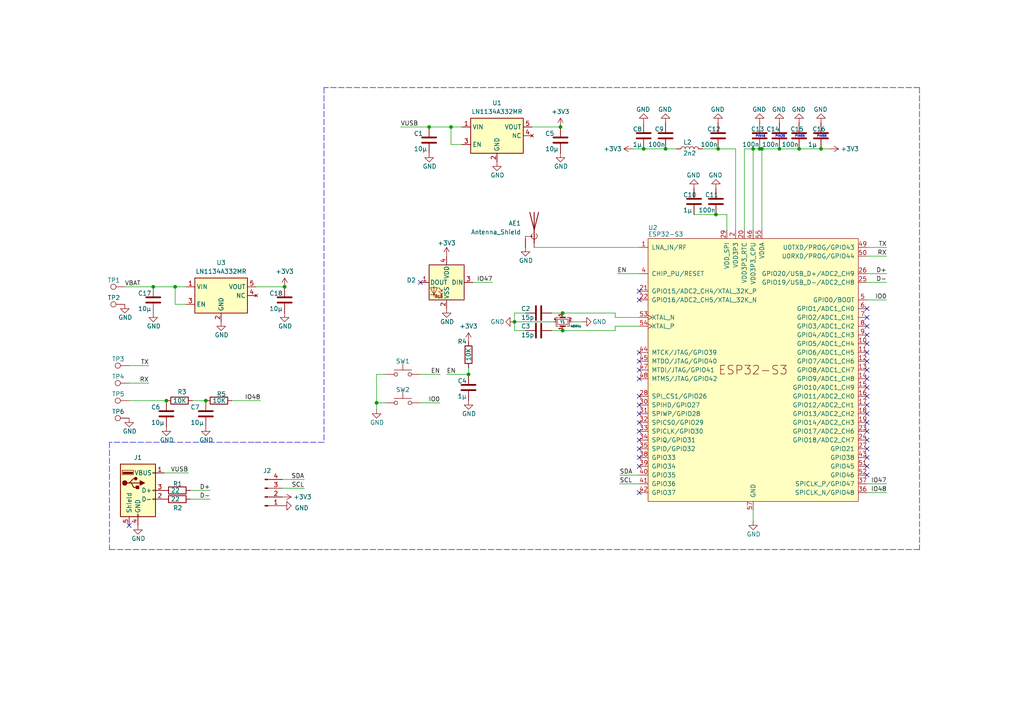
<source format=kicad_sch>
(kicad_sch (version 20230121) (generator eeschema)
  (paper "A4")
  (lib_symbols
    (symbol "Connector:Conn_01x04_Pin" (pin_names (offset 1.016) hide)
      (property "Reference" "J" (at 0 5.08 0))
      (property "Value" "Conn_01x04_Pin" (at 0 -7.62 0))
      (symbol "Conn_01x04_Pin_1_1"
        (polyline (pts (xy 1.27 -5.08) (xy 0.8636 -5.08)) (stroke (width 0.1524)))
        (polyline (pts (xy 1.27 -2.54) (xy 0.8636 -2.54)) (stroke (width 0.1524)))
        (polyline (pts (xy 1.27 0) (xy 0.8636 0)) (stroke (width 0.1524)))
        (polyline (pts (xy 1.27 2.54) (xy 0.8636 2.54)) (stroke (width 0.1524)))
        (rectangle (start 0.8636 -4.953) (end 0 -5.207) (stroke (width 0.1524)) (fill (type outline)))
        (rectangle (start 0.8636 -2.413) (end 0 -2.667) (stroke (width 0.1524)) (fill (type outline)))
        (rectangle (start 0.8636 0.127) (end 0 -0.127) (stroke (width 0.1524)) (fill (type outline)))
        (rectangle (start 0.8636 2.667) (end 0 2.413) (stroke (width 0.1524)) (fill (type outline)))
        (pin passive line (at 5.08 2.54 180) (length 3.81) (name "Pin_1") (number "1"))
        (pin passive line (at 5.08 0 180) (length 3.81) (name "Pin_2") (number "2"))
        (pin passive line (at 5.08 -2.54 180) (length 3.81) (name "Pin_3") (number "3"))
        (pin passive line (at 5.08 -5.08 180) (length 3.81) (name "Pin_4") (number "4"))
      )
    )
    (symbol "Connector:TestPoint" (pin_numbers hide) (pin_names (offset 0.762) hide)
      (property "Reference" "TP" (at 0 6.858 0))
      (property "Value" "TestPoint" (at 0 5.08 0))
      (symbol "TestPoint_0_1"
        (circle (center 0 3.302) (radius 0.762))
      )
      (symbol "TestPoint_1_1"
        (pin passive line (at 0 0 90) (length 2.54) (name "1") (number "1"))
      )
    )
    (symbol "Connector:USB_A" (pin_names (offset 1.016))
      (property "Reference" "J" (at -5.08 11.43 0))
      (property "Value" "USB_A" (at -5.08 8.89 0))
      (symbol "USB_A_0_1"
        (rectangle (start -5.08 -7.62) (end 5.08 7.62) (stroke (width 0.254)) (fill (type background)))
        (circle (center -3.81 2.159) (radius 0.635) (stroke (width 0.254)) (fill (type outline)))
        (rectangle (start -1.524 4.826) (end -4.318 5.334) (fill (type outline)))
        (rectangle (start -1.27 4.572) (end -4.572 5.842))
        (circle (center -0.635 3.429) (radius 0.381) (stroke (width 0.254)) (fill (type outline)))
        (rectangle (start -0.127 -7.62) (end 0.127 -6.858))
        (polyline (pts (xy -3.175 2.159) (xy -2.54 2.159) (xy -1.27 3.429) (xy -0.635 3.429)) (stroke (width 0.254)))
        (polyline (pts (xy -2.54 2.159) (xy -1.905 2.159) (xy -1.27 0.889) (xy 0 0.889)) (stroke (width 0.254)))
        (polyline (pts (xy 0.635 2.794) (xy 0.635 1.524) (xy 1.905 2.159) (xy 0.635 2.794)) (stroke (width 0.254)) (fill (type outline)))
        (rectangle (start 0.254 1.27) (end -0.508 0.508) (stroke (width 0.254)) (fill (type outline)))
        (rectangle (start 5.08 -2.667) (end 4.318 -2.413))
        (rectangle (start 5.08 -0.127) (end 4.318 0.127))
        (rectangle (start 5.08 4.953) (end 4.318 5.207))
      )
      (symbol "USB_A_1_1"
        (polyline (pts (xy -1.905 2.159) (xy 0.635 2.159)) (stroke (width 0.254)))
        (pin power_in line (at 7.62 5.08 180) (length 2.54) (name "VBUS") (number "1"))
        (pin bidirectional line (at 7.62 -2.54 180) (length 2.54) (name "D-") (number "2"))
        (pin bidirectional line (at 7.62 0 180) (length 2.54) (name "D+") (number "3"))
        (pin power_in line (at 0 -10.16 90) (length 2.54) (name "GND") (number "4"))
        (pin passive line (at -2.54 -10.16 90) (length 2.54) (name "Shield") (number "5"))
      )
    )
    (symbol "Device:Antenna_Shield" (pin_numbers hide) (pin_names (offset 1.016) hide)
      (property "Reference" "AE" (at -1.905 4.445 0))
      (property "Value" "Antenna_Shield" (at -1.905 2.54 0))
      (symbol "Antenna_Shield_0_1"
        (arc (start -0.508 -1.143) (mid -0.8429 -2.1194) (end 0 -2.667))
        (arc (start 0 -2.667) (mid 0.7989 -2.1052) (end 0.508 -1.143))
        (polyline (pts (xy 0 -2.54) (xy 0 0)))
        (polyline (pts (xy 0 5.08) (xy 0 -3.81)) (stroke (width 0.254)))
        (polyline (pts (xy 0.762 -1.905) (xy 2.54 -1.905)))
        (polyline (pts (xy 2.54 -2.54) (xy 2.54 -1.905)))
        (polyline (pts (xy 1.27 5.08) (xy 0 0) (xy -1.27 5.08)) (stroke (width 0.254)))
        (circle (center 0.762 -1.905) (radius 0.1778) (fill (type outline)))
      )
      (symbol "Antenna_Shield_1_1"
        (pin input line (at 0 -5.08 90) (length 2.54) (name "A") (number "1"))
        (pin input line (at 2.54 -5.08 90) (length 2.54) (name "Shield") (number "2"))
      )
    )
    (symbol "Device:C" (pin_numbers hide) (pin_names (offset 0.254))
      (property "Reference" "C" (at 0.635 2.54 0))
      (property "Value" "C" (at 0.635 -2.54 0))
      (symbol "C_0_1"
        (polyline (pts (xy -2.032 -0.762) (xy 2.032 -0.762)) (stroke (width 0.508)))
        (polyline (pts (xy -2.032 0.762) (xy 2.032 0.762)) (stroke (width 0.508)))
      )
      (symbol "C_1_1"
        (pin passive line (at 0 3.81 270) (length 2.794) (name "~") (number "1"))
        (pin passive line (at 0 -3.81 90) (length 2.794) (name "~") (number "2"))
      )
    )
    (symbol "Device:Crystal_GND24_Small" (pin_names (offset 1.016) hide)
      (property "Reference" "Y" (at 1.27 4.445 0))
      (property "Value" "Crystal_GND24_Small" (at 1.27 2.54 0))
      (symbol "Crystal_GND24_Small_0_1"
        (rectangle (start -0.762 -1.524) (end 0.762 1.524))
        (polyline (pts (xy -1.27 -0.762) (xy -1.27 0.762)) (stroke (width 0.381)))
        (polyline (pts (xy 1.27 -0.762) (xy 1.27 0.762)) (stroke (width 0.381)))
        (polyline (pts (xy -1.27 -1.27) (xy -1.27 -1.905) (xy 1.27 -1.905) (xy 1.27 -1.27)))
        (polyline (pts (xy -1.27 1.27) (xy -1.27 1.905) (xy 1.27 1.905) (xy 1.27 1.27)))
      )
      (symbol "Crystal_GND24_Small_1_1"
        (pin passive line (at -2.54 0 0) (length 1.27) (name "1") (number "1"))
        (pin passive line (at 0 -2.54 90) (length 0.635) (name "2") (number "2"))
        (pin passive line (at 2.54 0 180) (length 1.27) (name "3") (number "3"))
        (pin passive line (at 0 2.54 270) (length 0.635) (name "4") (number "4"))
      )
    )
    (symbol "Device:L" (pin_numbers hide) (pin_names (offset 1.016) hide)
      (property "Reference" "L" (at -1.27 0 90))
      (property "Value" "L" (at 1.905 0 90))
      (symbol "L_0_1"
        (arc (start 0 -2.54) (mid 0.6323 -1.905) (end 0 -1.27))
        (arc (start 0 -1.27) (mid 0.6323 -0.635) (end 0 0))
        (arc (start 0 0) (mid 0.6323 0.635) (end 0 1.27))
        (arc (start 0 1.27) (mid 0.6323 1.905) (end 0 2.54))
      )
      (symbol "L_1_1"
        (pin passive line (at 0 3.81 270) (length 1.27) (name "1") (number "1"))
        (pin passive line (at 0 -3.81 90) (length 1.27) (name "2") (number "2"))
      )
    )
    (symbol "Device:R" (pin_numbers hide) (pin_names (offset 0))
      (property "Reference" "R" (at 2.032 0 90))
      (property "Value" "R" (at 0 0 90))
      (symbol "R_0_1"
        (rectangle (start -1.016 -2.54) (end 1.016 2.54) (stroke (width 0.254)))
      )
      (symbol "R_1_1"
        (pin passive line (at 0 3.81 270) (length 1.27) (name "~") (number "1"))
        (pin passive line (at 0 -3.81 90) (length 1.27) (name "~") (number "2"))
      )
    )
    (symbol "PCM_Espressif:ESP32-S3" (pin_names (offset 1.016))
      (property "Reference" "U" (at -30.48 43.18 0))
      (property "Value" "ESP32-S3" (at -30.48 40.64 0))
      (symbol "ESP32-S3_0_0"
        (text "ESP32-S3" (at 0 0 0) (effects (font (size 2.54 2.54))))
        (pin bidirectional line (at 33.02 -35.56 180) (length 2.54) (name "SPICLK_N/GPIO48") (number "36"))
        (pin bidirectional line (at 33.02 -33.02 180) (length 2.54) (name "SPICLK_P/GPIO47") (number "37"))
      )
      (symbol "ESP32-S3_0_1"
        (rectangle (start -30.48 38.1) (end 30.48 -38.1) (fill (type background)))
      )
      (symbol "ESP32-S3_1_1"
        (pin bidirectional line (at -33.02 35.56 0) (length 2.54) (name "LNA_IN/RF") (number "1"))
        (pin bidirectional line (at 33.02 7.62 180) (length 2.54) (name "GPIO5/ADC1_CH4") (number "10"))
        (pin bidirectional line (at 33.02 5.08 180) (length 2.54) (name "GPIO6/ADC1_CH5") (number "11"))
        (pin bidirectional line (at 33.02 2.54 180) (length 2.54) (name "GPIO7/ADC1_CH6") (number "12"))
        (pin bidirectional line (at 33.02 0 180) (length 2.54) (name "GPIO8/ADC1_CH7") (number "13"))
        (pin bidirectional line (at 33.02 -2.54 180) (length 2.54) (name "GPIO9/ADC1_CH8") (number "14"))
        (pin bidirectional line (at 33.02 -5.08 180) (length 2.54) (name "GPIO10/ADC1_CH9") (number "15"))
        (pin bidirectional line (at 33.02 -7.62 180) (length 2.54) (name "GPIO11/ADC2_CH0") (number "16"))
        (pin bidirectional line (at 33.02 -10.16 180) (length 2.54) (name "GPIO12/ADC2_CH1") (number "17"))
        (pin bidirectional line (at 33.02 -12.7 180) (length 2.54) (name "GPIO13/ADC2_CH2") (number "18"))
        (pin bidirectional line (at 33.02 -15.24 180) (length 2.54) (name "GPIO14/ADC2_CH3") (number "19"))
        (pin power_in line (at -5.08 40.64 270) (length 2.54) (name "VDD3P3") (number "2"))
        (pin power_in line (at -2.54 40.64 270) (length 2.54) (name "VDD3P3_RTC") (number "20"))
        (pin bidirectional line (at -33.02 22.86 0) (length 2.54) (name "GPIO15/ADC2_CH4/XTAL_32K_P") (number "21"))
        (pin bidirectional line (at -33.02 20.32 0) (length 2.54) (name "GPIO16/ADC2_CH5/XTAL_32K_N") (number "22"))
        (pin bidirectional line (at 33.02 -17.78 180) (length 2.54) (name "GPIO17/ADC2_CH6") (number "23"))
        (pin bidirectional line (at 33.02 -20.32 180) (length 2.54) (name "GPIO18/ADC2_CH7") (number "24"))
        (pin bidirectional line (at 33.02 25.4 180) (length 2.54) (name "GPIO19/USB_D-/ADC2_CH8") (number "25"))
        (pin bidirectional line (at 33.02 27.94 180) (length 2.54) (name "GPIO20/USB_D+/ADC2_CH9") (number "26"))
        (pin bidirectional line (at 33.02 -22.86 180) (length 2.54) (name "GPIO21") (number "27"))
        (pin bidirectional line (at -33.02 -7.62 0) (length 2.54) (name "SPI_CS1/GPIO26") (number "28"))
        (pin power_out line (at -7.62 40.64 270) (length 2.54) (name "VDD_SPI") (number "29"))
        (pin power_in line (at -5.08 40.64 270) (length 2.54) hide (name "VDD3P3") (number "3"))
        (pin bidirectional line (at -33.02 -10.16 0) (length 2.54) (name "SPIHD/GPIO27") (number "30"))
        (pin bidirectional line (at -33.02 -12.7 0) (length 2.54) (name "SPIWP/GPIO28") (number "31"))
        (pin bidirectional line (at -33.02 -15.24 0) (length 2.54) (name "SPICS0/GPIO29") (number "32"))
        (pin bidirectional line (at -33.02 -17.78 0) (length 2.54) (name "SPICLK/GPIO30") (number "33"))
        (pin bidirectional line (at -33.02 -20.32 0) (length 2.54) (name "SPIQ/GPIO31") (number "34"))
        (pin bidirectional line (at -33.02 -22.86 0) (length 2.54) (name "SPID/GPIO32") (number "35"))
        (pin bidirectional line (at -33.02 -25.4 0) (length 2.54) (name "GPIO33") (number "38"))
        (pin bidirectional line (at -33.02 -27.94 0) (length 2.54) (name "GPIO34") (number "39"))
        (pin input line (at -33.02 27.94 0) (length 2.54) (name "CHIP_PU/RESET") (number "4"))
        (pin bidirectional line (at -33.02 -30.48 0) (length 2.54) (name "GPIO35") (number "40"))
        (pin bidirectional line (at -33.02 -33.02 0) (length 2.54) (name "GPIO36") (number "41"))
        (pin bidirectional line (at -33.02 -35.56 0) (length 2.54) (name "GPIO37") (number "42"))
        (pin bidirectional line (at 33.02 -25.4 180) (length 2.54) (name "GPIO38") (number "43"))
        (pin bidirectional line (at -33.02 5.08 0) (length 2.54) (name "MTCK/JTAG/GPIO39") (number "44"))
        (pin bidirectional line (at -33.02 2.54 0) (length 2.54) (name "MTDO/JTAG/GPIO40") (number "45"))
        (pin power_in line (at 0 40.64 270) (length 2.54) (name "VDD3P3_CPU") (number "46"))
        (pin bidirectional line (at -33.02 0 0) (length 2.54) (name "MTDI/JTAG/GPIO41") (number "47"))
        (pin bidirectional line (at -33.02 -2.54 0) (length 2.54) (name "MTMS/JTAG/GPIO42") (number "48"))
        (pin bidirectional line (at 33.02 35.56 180) (length 2.54) (name "U0TXD/PROG/GPIO43") (number "49"))
        (pin bidirectional line (at 33.02 20.32 180) (length 2.54) (name "GPIO0/BOOT") (number "5"))
        (pin bidirectional line (at 33.02 33.02 180) (length 2.54) (name "U0RXD/PROG/GPIO44") (number "50"))
        (pin bidirectional line (at 33.02 -27.94 180) (length 2.54) (name "GPIO45") (number "51"))
        (pin bidirectional line (at 33.02 -30.48 180) (length 2.54) (name "GPIO46") (number "52"))
        (pin input clock (at -33.02 15.24 0) (length 2.54) (name "XTAL_N") (number "53"))
        (pin output clock (at -33.02 12.7 0) (length 2.54) (name "XTAL_P") (number "54"))
        (pin power_in line (at 2.54 40.64 270) (length 2.54) (name "VDDA") (number "55"))
        (pin passive line (at 2.54 40.64 270) (length 2.54) hide (name "VDDA") (number "56"))
        (pin power_in line (at 0 -40.64 90) (length 2.54) (name "GND") (number "57"))
        (pin bidirectional line (at 33.02 17.78 180) (length 2.54) (name "GPIO1/ADC1_CH0") (number "6"))
        (pin bidirectional line (at 33.02 15.24 180) (length 2.54) (name "GPIO2/ADC1_CH1") (number "7"))
        (pin bidirectional line (at 33.02 12.7 180) (length 2.54) (name "GPIO3/ADC1_CH2") (number "8"))
        (pin bidirectional line (at 33.02 10.16 180) (length 2.54) (name "GPIO4/ADC1_CH3") (number "9"))
      )
    )
    (symbol "Switch:SW_Push" (pin_numbers hide) (pin_names (offset 1.016) hide)
      (property "Reference" "SW" (at 1.27 2.54 0))
      (property "Value" "SW_Push" (at 0 -1.524 0))
      (symbol "SW_Push_0_1"
        (circle (center -2.032 0) (radius 0.508))
        (polyline (pts (xy 0 1.27) (xy 0 3.048)))
        (polyline (pts (xy 2.54 1.27) (xy -2.54 1.27)))
        (circle (center 2.032 0) (radius 0.508))
        (pin passive line (at -5.08 0 0) (length 2.54) (name "1") (number "1"))
        (pin passive line (at 5.08 0 180) (length 2.54) (name "2") (number "2"))
      )
    )
    (symbol "TheBrutzlers_Lib:LN1134A332MR"
      (property "Reference" "U" (at 0 8.89 0))
      (property "Value" "LN1134A332MR" (at 0 6.35 0))
      (symbol "LN1134A332MR_0_1"
        (rectangle (start -7.62 5.08) (end 7.62 -5.08) (stroke (width 0.254)) (fill (type background)))
      )
      (symbol "LN1134A332MR_1_1"
        (pin power_in line (at -10.16 2.54 0) (length 2.54) (name "VIN") (number "1"))
        (pin power_in line (at 0 -7.62 90) (length 2.54) (name "GND") (number "2"))
        (pin input line (at -10.16 -2.54 0) (length 2.54) (name "EN") (number "3"))
        (pin no_connect line (at 10.16 0 180) (length 2.54) (name "NC") (number "4"))
        (pin power_out line (at 10.16 2.54 180) (length 2.54) (name "VOUT") (number "5"))
      )
    )
    (symbol "TheBrutzlers_Lib:WS2812B_Geaendertes_Symbol" (pin_names (offset 0.254))
      (property "Reference" "D1" (at 9.525 0.6351 0))
      (property "Value" "WS2812B_Geaendertes_Symbol" (at 9.525 -1.9049 0))
      (symbol "WS2812B_Geaendertes_Symbol_0_0"
        (text "RGB" (at 2.286 -4.191 0) (effects (font (size 0.762 0.762))))
      )
      (symbol "WS2812B_Geaendertes_Symbol_0_1"
        (polyline (pts (xy 1.27 -3.556) (xy 1.778 -3.556)))
        (polyline (pts (xy 1.27 -2.54) (xy 1.778 -2.54)))
        (polyline (pts (xy 4.699 -3.556) (xy 2.667 -3.556)))
        (polyline (pts (xy 2.286 -2.54) (xy 1.27 -3.556) (xy 1.27 -3.048)))
        (polyline (pts (xy 2.286 -1.524) (xy 1.27 -2.54) (xy 1.27 -2.032)))
        (polyline (pts (xy 3.683 -1.016) (xy 3.683 -3.556) (xy 3.683 -4.064)))
        (polyline (pts (xy 4.699 -1.524) (xy 2.667 -1.524) (xy 3.683 -3.556) (xy 4.699 -1.524)))
        (rectangle (start 5.08 5.08) (end -5.08 -5.08) (stroke (width 0.254)) (fill (type background)))
      )
      (symbol "WS2812B_Geaendertes_Symbol_1_1"
        (pin output line (at 7.62 0 180) (length 2.54) (name "DOUT") (number "1"))
        (pin power_in line (at 0 -7.62 90) (length 2.54) (name "VSS") (number "2"))
        (pin input line (at -7.62 0 0) (length 2.54) (name "DIN") (number "3"))
        (pin power_in line (at 0 7.62 270) (length 2.54) (name "VDD") (number "4"))
      )
    )
    (symbol "power:+3V3" (power) (pin_names (offset 0))
      (property "Value" "+3V3" (at 0 3.556 0))
      (symbol "+3V3_0_1"
        (polyline (pts (xy -0.762 1.27) (xy 0 2.54)))
        (polyline (pts (xy 0 0) (xy 0 2.54)))
        (polyline (pts (xy 0 2.54) (xy 0.762 1.27)))
      )
      (symbol "+3V3_1_1"
        (pin power_in line (at 0 0 90) (length 0) hide (name "+3V3") (number "1"))
      )
    )
    (symbol "power:GND" (power) (pin_names (offset 0))
      (property "Value" "GND" (at 0 -3.81 0))
      (symbol "GND_0_1"
        (polyline (pts (xy 0 0) (xy 0 -1.27) (xy 1.27 -1.27) (xy 0 -2.54) (xy -1.27 -1.27) (xy 0 -1.27)))
      )
      (symbol "GND_1_1"
        (pin power_in line (at 0 0 270) (length 0) hide (name "GND") (number "1"))
      )
    )
  )
  (junction (at 130.81 36.83))
  (junction (at 135.89 108.585))
  (junction (at 226.06 43.18))
  (junction (at 208.28 43.18))
  (junction (at 59.69 116.205))
  (junction (at 109.22 116.84) (diameter 0.9144))
  (junction (at 193.04 43.18))
  (junction (at 50.8 83.185))
  (junction (at 207.645 62.23))
  (junction (at 163.195 90.805))
  (junction (at 218.44 43.18))
  (junction (at 220.98 43.18))
  (junction (at 48.26 116.205))
  (junction (at 44.45 83.185))
  (junction (at 186.69 43.18))
  (junction (at 162.56 36.83))
  (junction (at 163.195 95.885))
  (junction (at 124.46 36.83))
  (junction (at 220.345 43.18))
  (junction (at 231.775 43.18))
  (junction (at 238.125 43.18))
  (junction (at 82.55 83.185))
  (junction (at 149.225 93.345))
  (no_connect (at 251.46 135.255))
  (no_connect (at 185.42 122.555))
  (no_connect (at 185.42 130.175))
  (no_connect (at 251.46 130.175))
  (no_connect (at 185.42 84.455))
  (no_connect (at 251.46 107.315))
  (no_connect (at 251.46 122.555))
  (no_connect (at 185.42 142.875))
  (no_connect (at 185.42 86.995))
  (no_connect (at 251.46 104.775))
  (no_connect (at 121.92 81.915))
  (no_connect (at 251.46 109.855))
  (no_connect (at 251.46 120.015))
  (no_connect (at 251.46 127.635))
  (no_connect (at 251.46 112.395))
  (no_connect (at 185.42 104.775))
  (no_connect (at 251.46 114.935))
  (no_connect (at 185.42 117.475))
  (no_connect (at 185.42 114.935))
  (no_connect (at 251.46 125.095))
  (no_connect (at 185.42 127.635))
  (no_connect (at 251.46 137.795))
  (no_connect (at 185.42 135.255))
  (no_connect (at 185.42 107.315))
  (no_connect (at 185.42 109.855))
  (no_connect (at 185.42 132.715))
  (no_connect (at 251.46 94.615))
  (no_connect (at 185.42 102.235))
  (no_connect (at 251.46 99.695))
  (no_connect (at 251.46 102.235))
  (no_connect (at 251.46 89.535))
  (no_connect (at 251.46 117.475))
  (no_connect (at 185.42 125.095))
  (no_connect (at 251.46 97.155))
  (no_connect (at 185.42 120.015))
  (no_connect (at 37.465 152.4))
  (no_connect (at 251.46 132.715))
  (no_connect (at 251.46 92.075))
  (wire (pts (xy 149.225 90.805) (xy 149.225 93.345)))
  (wire (pts (xy 185.42 94.615) (xy 178.435 94.615)))
  (wire (pts (xy 130.81 36.83) (xy 133.985 36.83)))
  (wire (pts (xy 185.42 79.375) (xy 179.07 79.375)))
  (wire (pts (xy 50.8 83.185) (xy 53.975 83.185)))
  (polyline (pts (xy 266.7 25.4) (xy 93.98 25.4)) (stroke (width 0) (type dash)))
  (wire (pts (xy 154.305 36.83) (xy 162.56 36.83)))
  (wire (pts (xy 55.88 116.205) (xy 59.69 116.205)))
  (wire (pts (xy 109.22 108.585) (xy 109.22 116.84)))
  (wire (pts (xy 37.465 106.045) (xy 43.18 106.045)))
  (wire (pts (xy 81.915 139.065) (xy 88.265 139.065)))
  (wire (pts (xy 137.16 81.915) (xy 142.875 81.915)))
  (wire (pts (xy 179.705 140.335) (xy 185.42 140.335)))
  (wire (pts (xy 53.975 88.265) (xy 50.8 88.265)))
  (polyline (pts (xy 266.7 25.4) (xy 266.7 159.385)) (stroke (width 0) (type dash)))
  (polyline (pts (xy 93.98 25.4) (xy 93.98 128.27)) (stroke (width 0) (type dash)))
  (wire (pts (xy 218.44 43.18) (xy 220.345 43.18)))
  (wire (pts (xy 74.295 83.185) (xy 82.55 83.185)))
  (wire (pts (xy 178.435 92.075) (xy 185.42 92.075)))
  (wire (pts (xy 213.36 43.18) (xy 213.36 66.675)))
  (wire (pts (xy 220.345 43.18) (xy 220.98 43.18)))
  (wire (pts (xy 251.46 71.755) (xy 257.175 71.755)))
  (wire (pts (xy 44.45 83.185) (xy 50.8 83.185)))
  (wire (pts (xy 152.4 90.805) (xy 149.225 90.805)))
  (polyline (pts (xy 73.66 159.385) (xy 93.98 159.385)) (stroke (width 0) (type dash)))
  (wire (pts (xy 37.465 116.205) (xy 48.26 116.205)))
  (wire (pts (xy 251.46 74.295) (xy 257.175 74.295)))
  (wire (pts (xy 183.515 43.18) (xy 186.69 43.18)))
  (wire (pts (xy 121.92 108.585) (xy 127.635 108.585)))
  (polyline (pts (xy 31.75 159.385) (xy 73.66 159.385)) (stroke (width 0) (type dash)))
  (polyline (pts (xy 31.75 128.27) (xy 31.75 159.385)) (stroke (width 0) (type dash)))
  (wire (pts (xy 67.31 116.205) (xy 75.565 116.205)))
  (wire (pts (xy 178.435 95.885) (xy 163.195 95.885)))
  (wire (pts (xy 37.465 111.125) (xy 43.18 111.125)))
  (wire (pts (xy 226.06 43.18) (xy 231.775 43.18)))
  (wire (pts (xy 251.46 142.875) (xy 257.175 142.875)))
  (wire (pts (xy 160.02 90.805) (xy 163.195 90.805)))
  (wire (pts (xy 215.9 43.18) (xy 218.44 43.18)))
  (wire (pts (xy 111.76 108.585) (xy 109.22 108.585)))
  (wire (pts (xy 240.665 43.18) (xy 238.125 43.18)))
  (wire (pts (xy 160.02 95.885) (xy 163.195 95.885)))
  (wire (pts (xy 50.8 88.265) (xy 50.8 83.185)))
  (wire (pts (xy 111.76 116.84) (xy 109.22 116.84)))
  (wire (pts (xy 179.705 137.795) (xy 185.42 137.795)))
  (wire (pts (xy 55.245 144.78) (xy 60.96 144.78)))
  (wire (pts (xy 220.98 43.18) (xy 220.98 66.675)))
  (wire (pts (xy 154.94 71.755) (xy 185.42 71.755)))
  (wire (pts (xy 186.69 43.18) (xy 193.04 43.18)))
  (wire (pts (xy 124.46 36.83) (xy 130.81 36.83)))
  (wire (pts (xy 36.195 83.185) (xy 44.45 83.185)))
  (wire (pts (xy 251.46 140.335) (xy 257.175 140.335)))
  (wire (pts (xy 215.9 43.18) (xy 215.9 66.675)))
  (polyline (pts (xy 73.66 128.27) (xy 31.75 128.27)) (stroke (width 0) (type dash)))
  (wire (pts (xy 149.225 93.345) (xy 149.225 95.885)))
  (wire (pts (xy 207.645 62.23) (xy 210.82 62.23)))
  (wire (pts (xy 47.625 137.16) (xy 54.61 137.16)))
  (wire (pts (xy 178.435 90.805) (xy 178.435 92.075)))
  (wire (pts (xy 135.89 106.68) (xy 135.89 108.585)))
  (wire (pts (xy 220.98 43.18) (xy 226.06 43.18)))
  (wire (pts (xy 81.915 141.605) (xy 88.265 141.605)))
  (wire (pts (xy 165.735 93.345) (xy 168.91 93.345)))
  (wire (pts (xy 251.46 79.375) (xy 257.175 79.375)))
  (wire (pts (xy 130.81 41.91) (xy 130.81 36.83)))
  (wire (pts (xy 55.245 142.24) (xy 60.96 142.24)))
  (wire (pts (xy 218.44 43.18) (xy 218.44 66.675)))
  (polyline (pts (xy 266.7 159.385) (xy 93.98 159.385)) (stroke (width 0) (type dash)))
  (wire (pts (xy 251.46 86.995) (xy 257.175 86.995)))
  (wire (pts (xy 121.92 116.84) (xy 127.635 116.84)))
  (wire (pts (xy 208.28 43.18) (xy 213.36 43.18)))
  (wire (pts (xy 218.44 151.13) (xy 218.44 147.955)))
  (wire (pts (xy 251.46 81.915) (xy 257.175 81.915)))
  (wire (pts (xy 201.295 62.23) (xy 207.645 62.23)))
  (wire (pts (xy 149.225 95.885) (xy 152.4 95.885)))
  (wire (pts (xy 178.435 94.615) (xy 178.435 95.885)))
  (wire (pts (xy 163.195 90.805) (xy 178.435 90.805)))
  (wire (pts (xy 149.225 93.345) (xy 160.655 93.345)))
  (wire (pts (xy 203.835 43.18) (xy 208.28 43.18)))
  (wire (pts (xy 231.775 43.18) (xy 238.125 43.18)))
  (wire (pts (xy 116.205 36.83) (xy 124.46 36.83)))
  (polyline (pts (xy 93.98 128.27) (xy 73.66 128.27)) (stroke (width 0) (type dash)))
  (wire (pts (xy 109.22 116.84) (xy 109.22 118.745)))
  (wire (pts (xy 133.985 41.91) (xy 130.81 41.91)))
  (wire (pts (xy 210.82 62.23) (xy 210.82 66.675)))
  (wire (pts (xy 193.04 43.18) (xy 196.215 43.18)))
  (wire (pts (xy 135.89 108.585) (xy 129.54 108.585)))
  (text "PIN55" (at 236.855 40.005 0) (effects (font (size 0.635 0.635)) (justify left bottom)))
  (text "PIN55" (at 230.505 40.005 0) (effects (font (size 0.635 0.635)) (justify left bottom)))
  (text "PIN20" (at 224.79 40.005 0) (effects (font (size 0.635 0.635)) (justify left bottom)))
  (text "PIN46" (at 219.075 40.005 0) (effects (font (size 0.635 0.635)) (justify left bottom)))
  (label "IO48" (at 75.565 116.205 180))
  (label "EN" (at 127.635 108.585 180))
  (label "D-" (at 60.96 144.78 180))
  (label "D+" (at 257.175 79.375 180))
  (label "SDA" (at 88.265 139.065 180))
  (label "IO48" (at 257.175 142.875 180))
  (label "IO47" (at 142.875 81.915 180))
  (label "EN" (at 179.07 79.375 0))
  (label "EN" (at 129.54 108.585 0))
  (label "SCL" (at 88.265 141.605 180))
  (label "IO0" (at 257.175 86.995 180))
  (label "SDA" (at 179.705 137.795 0))
  (label "VUSB" (at 116.205 36.83 0))
  (label "IO0" (at 127.635 116.84 180))
  (label "VBAT" (at 36.195 83.185 0))
  (label "TX" (at 43.18 106.045 180))
  (label "IO47" (at 257.175 140.335 180))
  (label "SCL" (at 179.705 140.335 0))
  (label "VUSB" (at 54.61 137.16 180))
  (label "RX" (at 257.175 74.295 180))
  (label "D-" (at 257.175 81.915 180))
  (label "TX" (at 257.175 71.755 180))
  (label "RX" (at 43.18 111.125 180))
  (label "D+" (at 60.96 142.24 180))
  (symbol (lib_id "power:+3V3") (at 129.54 74.295 0) (unit 1)
    (property "Reference" "#PWR05" (effects hide))
    (property "Value" "+3V3" (at 129.54 70.485 0))
  )
  (symbol (lib_id "PCM_Espressif:ESP32-S3") (at 218.44 107.315 0) (unit 1)
    (property "Reference" "U2" (at 187.96 66.04 0) (effects (justify left)))
    (property "Value" "ESP32-S3" (at 187.96 67.945 0) (effects (justify left)))
    (property "Footprint" "Package_DFN_QFN:QFN-56-1EP_7x7mm_P0.4mm_EP5.6x5.6mm" (effects hide))
    (property "Datasheet" "https://www.espressif.com/sites/default/files/documentation/esp32-s3_datasheet_en.pdf" (effects hide))
  )
  (symbol (lib_id "TheBrutzlers_Lib:LN1134A332MR") (at 144.145 39.37 0) (unit 1)
    (property "Reference" "U1" (at 144.145 29.845 0))
    (property "Value" "LN1134A332MR" (at 144.145 32.385 0))
    (property "Footprint" "Package_TO_SOT_SMD:TSOT-23-5" (effects hide))
    (property "Datasheet" "https://datasheet.lcsc.com/lcsc/2304140030_NATLINEAR-LN1134A332MR-G_C141419.pdf" (effects hide))
  )
  (symbol (lib_id "Device:R") (at 52.07 116.205 270) (unit 1)
    (property "Reference" "R3" (at 51.435 113.665 90) (effects (justify left)))
    (property "Value" "10K" (at 50.165 116.205 90) (effects (justify left)))
    (property "Footprint" "Resistor_SMD:R_0402_1005Metric" (effects hide))
  )
  (symbol (lib_id "power:+3V3") (at 183.515 43.18 90) (unit 1)
    (property "Reference" "#PWR019" (effects hide))
    (property "Value" "+3V3" (at 180.34 43.18 90) (effects (justify left)))
  )
  (symbol (lib_id "power:GND") (at 201.295 54.61 180) (unit 1)
    (property "Reference" "#PWR022" (effects hide))
    (property "Value" "GND" (at 203.2 50.8 0) (effects (justify left)))
  )
  (symbol (lib_id "Device:C") (at 201.295 58.42 0) (unit 1)
    (property "Reference" "C10" (at 198.12 56.515 0) (effects (justify left)))
    (property "Value" "1µ" (at 198.12 60.96 0) (effects (justify left)))
    (property "Footprint" "Resistor_SMD:R_0402_1005Metric" (effects hide))
  )
  (symbol (lib_id "power:GND") (at 64.135 93.345 0) (unit 1)
    (property "Reference" "#PWR032" (effects hide))
    (property "Value" "GND" (at 62.23 97.155 0) (effects (justify left)))
  )
  (symbol (lib_id "power:+3V3") (at 240.665 43.18 270) (unit 1)
    (property "Reference" "#PWR030" (effects hide))
    (property "Value" "+3V3" (at 243.84 43.18 90) (effects (justify left)))
  )
  (symbol (lib_id "power:GND") (at 48.26 123.825 0) (unit 1)
    (property "Reference" "#PWR016" (effects hide))
    (property "Value" "GND" (at 46.355 127.635 0) (effects (justify left)))
  )
  (symbol (lib_id "power:GND") (at 37.465 121.285 0) (unit 1)
    (property "Reference" "#PWR08" (effects hide))
    (property "Value" "GND" (at 35.56 125.095 0) (effects (justify left)))
  )
  (symbol (lib_id "power:GND") (at 59.69 123.825 0) (unit 1)
    (property "Reference" "#PWR018" (effects hide))
    (property "Value" "GND" (at 57.785 127.635 0) (effects (justify left)))
  )
  (symbol (lib_id "Connector:TestPoint") (at 37.465 111.125 90) (unit 1)
    (property "Reference" "TP4" (at 34.29 109.22 90))
    (property "Value" "TestPoint" (effects hide))
    (property "Footprint" "TestPoint:TestPoint_Pad_D1.5mm" (effects hide))
  )
  (symbol (lib_id "power:+3V3") (at 82.55 83.185 0) (unit 1)
    (property "Reference" "#PWR033" (effects hide))
    (property "Value" "+3V3" (at 82.55 78.74 0))
  )
  (symbol (lib_id "Switch:SW_Push") (at 116.84 116.84 0) (unit 1)
    (property "Reference" "SW2" (at 116.84 113.03 0))
    (property "Value" "SW_Push" (effects hide))
    (property "Footprint" "TheBrutzlers_Lib:microswitch" (effects hide))
    (property "LCSC" "C100056" (effects hide))
  )
  (symbol (lib_id "power:GND") (at 238.125 35.56 180) (unit 1)
    (property "Reference" "#PWR029" (effects hide))
    (property "Value" "GND" (at 240.03 31.75 0) (effects (justify left)))
  )
  (symbol (lib_id "power:GND") (at 162.56 44.45 0) (unit 1)
    (property "Reference" "#PWR015" (effects hide))
    (property "Value" "GND" (at 160.655 48.26 0) (effects (justify left)))
  )
  (symbol (lib_id "Device:C") (at 186.69 39.37 0) (unit 1)
    (property "Reference" "C8" (at 183.515 37.465 0) (effects (justify left)))
    (property "Value" "1µ" (at 183.515 41.91 0) (effects (justify left)))
    (property "Footprint" "Resistor_SMD:R_0402_1005Metric" (effects hide))
  )
  (symbol (lib_id "power:GND") (at 129.54 89.535 0) (unit 1)
    (property "Reference" "#PWR06" (effects hide))
    (property "Value" "GND" (at 127.635 93.345 0) (effects (justify left)))
  )
  (symbol (lib_id "power:GND") (at 149.225 93.345 270) (unit 1)
    (property "Reference" "#PWR010" (effects hide))
    (property "Value" "GND" (at 142.24 93.345 90) (effects (justify left)))
  )
  (symbol (lib_id "Device:C") (at 124.46 40.64 0) (unit 1)
    (property "Reference" "C1" (at 120.015 38.735 0) (effects (justify left)))
    (property "Value" "10µ" (at 120.015 43.18 0) (effects (justify left)))
    (property "Footprint" "Resistor_SMD:R_0402_1005Metric" (effects hide))
  )
  (symbol (lib_id "Device:C") (at 226.06 39.37 0) (unit 1)
    (property "Reference" "C14" (at 222.25 37.465 0) (effects (justify left)))
    (property "Value" "100n" (at 220.98 41.91 0) (effects (justify left)))
    (property "Footprint" "Resistor_SMD:R_0402_1005Metric" (effects hide))
  )
  (symbol (lib_id "Device:C") (at 238.125 39.37 0) (unit 1)
    (property "Reference" "C16" (at 235.585 37.465 0) (effects (justify left)))
    (property "Value" "1µ" (at 234.315 41.91 0) (effects (justify left)))
    (property "Footprint" "Resistor_SMD:R_0402_1005Metric" (effects hide))
  )
  (symbol (lib_id "power:GND") (at 44.45 90.805 0) (unit 1)
    (property "Reference" "#PWR031" (effects hide))
    (property "Value" "GND" (at 42.545 94.615 0) (effects (justify left)))
  )
  (symbol (lib_id "power:GND") (at 144.145 46.99 0) (unit 1)
    (property "Reference" "#PWR09" (effects hide))
    (property "Value" "GND" (at 142.24 50.8 0) (effects (justify left)))
  )
  (symbol (lib_id "TheBrutzlers_Lib:WS2812B_Geaendertes_Symbol") (at 129.54 81.915 0) (mirror y) (unit 1)
    (property "Reference" "D2" (at 120.65 81.2799 0) (effects (justify left)))
    (property "Value" "WS2812B_Geaendertes_Symbol" (effects hide))
    (property "Footprint" "TheBrutzlers_Lib:LED_Cree-PLCC4_2x2mm_CCW" (effects hide))
    (property "Datasheet" "https://cdn-shop.adafruit.com/datasheets/WS2812B.pdf" (effects hide))
    (property "LCSC" "C965556" (effects hide))
  )
  (symbol (lib_id "Device:Crystal_GND24_Small") (at 163.195 93.345 90) (unit 1)
    (property "Reference" "Y1" (at 163.195 93.345 90) (effects (font (size 0.762 0.762))))
    (property "Value" "40MHz" (at 167.005 94.615 90) (effects (font (size 0.635 0.635))))
    (property "Footprint" "Crystal:Crystal_SMD_2016-4Pin_2.0x1.6mm" (effects hide))
    (property "LCSC" "C424431" (effects hide))
  )
  (symbol (lib_id "power:GND") (at 36.195 88.265 0) (unit 1)
    (property "Reference" "#PWR035" (effects hide))
    (property "Value" "GND" (at 34.29 92.075 0) (effects (justify left)))
  )
  (symbol (lib_id "Device:C") (at 220.345 39.37 0) (unit 1)
    (property "Reference" "C13" (at 217.805 37.465 0) (effects (justify left)))
    (property "Value" "100n" (at 215.265 41.91 0) (effects (justify left)))
    (property "Footprint" "Resistor_SMD:R_0402_1005Metric" (effects hide))
  )
  (symbol (lib_id "Device:C") (at 208.28 39.37 0) (unit 1)
    (property "Reference" "C12" (at 205.105 37.465 0) (effects (justify left)))
    (property "Value" "100n" (at 203.2 41.91 0) (effects (justify left)))
    (property "Footprint" "Resistor_SMD:R_0402_1005Metric" (effects hide))
  )
  (symbol (lib_id "Device:C") (at 156.21 95.885 270) (unit 1)
    (property "Reference" "C3" (at 151.13 94.615 90) (effects (justify left)))
    (property "Value" "15p" (at 151.13 97.155 90) (effects (justify left)))
    (property "Footprint" "Resistor_SMD:R_0402_1005Metric" (effects hide))
  )
  (symbol (lib_id "power:GND") (at 82.55 90.805 0) (unit 1)
    (property "Reference" "#PWR034" (effects hide))
    (property "Value" "GND" (at 80.645 94.615 0) (effects (justify left)))
  )
  (symbol (lib_id "power:GND") (at 81.915 146.685 90) (unit 1)
    (property "Reference" "#PWR03" (effects hide))
    (property "Value" "GND" (at 89.535 147.3201 90) (effects (justify left)))
  )
  (symbol (lib_id "power:GND") (at 226.06 35.56 180) (unit 1)
    (property "Reference" "#PWR027" (effects hide))
    (property "Value" "GND" (at 227.965 31.75 0) (effects (justify left)))
  )
  (symbol (lib_id "Connector:TestPoint") (at 37.465 121.285 90) (unit 1)
    (property "Reference" "TP6" (at 34.29 119.38 90))
    (property "Value" "TestPoint" (effects hide))
    (property "Footprint" "TestPoint:TestPoint_Pad_D1.5mm" (effects hide))
  )
  (symbol (lib_id "Device:C") (at 162.56 40.64 0) (unit 1)
    (property "Reference" "C5" (at 158.115 38.735 0) (effects (justify left)))
    (property "Value" "10µ" (at 158.115 43.18 0) (effects (justify left)))
    (property "Footprint" "Resistor_SMD:R_0402_1005Metric" (effects hide))
  )
  (symbol (lib_id "Connector:TestPoint") (at 37.465 116.205 90) (unit 1)
    (property "Reference" "TP5" (at 34.29 114.3 90))
    (property "Value" "TestPoint" (effects hide))
    (property "Footprint" "TestPoint:TestPoint_Pad_D1.5mm" (effects hide))
  )
  (symbol (lib_id "power:GND") (at 193.04 35.56 180) (unit 1)
    (property "Reference" "#PWR021" (effects hide))
    (property "Value" "GND" (at 194.945 31.75 0) (effects (justify left)))
  )
  (symbol (lib_id "Device:Antenna_Shield") (at 154.94 66.675 0) (mirror y) (unit 1)
    (property "Reference" "AE1" (at 151.13 64.77 0) (effects (justify left)))
    (property "Value" "Antenna_Shield" (at 151.13 67.31 0) (effects (justify left)))
    (property "Footprint" "RF_Antenna:Texas_SWRA117D_2.4GHz_Right" (effects hide))
  )
  (symbol (lib_id "power:+3V3") (at 162.56 36.83 0) (unit 1)
    (property "Reference" "#PWR014" (effects hide))
    (property "Value" "+3V3" (at 162.56 32.385 0))
  )
  (symbol (lib_id "power:+3V3") (at 135.89 99.06 0) (unit 1)
    (property "Reference" "#PWR012" (effects hide))
    (property "Value" "+3V3" (at 135.89 94.615 0))
  )
  (symbol (lib_id "Device:R") (at 63.5 116.205 270) (unit 1)
    (property "Reference" "R5" (at 62.865 114.3 90) (effects (justify left)))
    (property "Value" "10K" (at 61.595 116.205 90) (effects (justify left)))
    (property "Footprint" "Resistor_SMD:R_0402_1005Metric" (effects hide))
  )
  (symbol (lib_id "power:GND") (at 168.91 93.345 90) (unit 1)
    (property "Reference" "#PWR017" (effects hide))
    (property "Value" "GND" (at 175.895 93.345 90) (effects (justify left)))
  )
  (symbol (lib_id "Device:C") (at 44.45 86.995 0) (unit 1)
    (property "Reference" "C17" (at 40.005 85.09 0) (effects (justify left)))
    (property "Value" "10µ" (at 40.005 89.535 0) (effects (justify left)))
    (property "Footprint" "Resistor_SMD:R_0402_1005Metric" (effects hide))
  )
  (symbol (lib_id "Device:C") (at 82.55 86.995 0) (unit 1)
    (property "Reference" "C18" (at 78.105 85.09 0) (effects (justify left)))
    (property "Value" "10µ" (at 78.105 89.535 0) (effects (justify left)))
    (property "Footprint" "Resistor_SMD:R_0402_1005Metric" (effects hide))
  )
  (symbol (lib_id "power:GND") (at 218.44 151.13 0) (unit 1)
    (property "Reference" "#PWR025" (effects hide))
    (property "Value" "GND" (at 216.535 154.94 0) (effects (justify left)))
  )
  (symbol (lib_id "power:GND") (at 220.345 35.56 180) (unit 1)
    (property "Reference" "#PWR026" (effects hide))
    (property "Value" "GND" (at 222.25 31.75 0) (effects (justify left)))
  )
  (symbol (lib_id "power:GND") (at 124.46 44.45 0) (unit 1)
    (property "Reference" "#PWR04" (effects hide))
    (property "Value" "GND" (at 122.555 48.26 0) (effects (justify left)))
  )
  (symbol (lib_id "power:GND") (at 40.005 152.4 0) (unit 1)
    (property "Reference" "#PWR01" (effects hide))
    (property "Value" "GND" (at 38.1 156.21 0) (effects (justify left)))
  )
  (symbol (lib_id "power:GND") (at 208.28 35.56 180) (unit 1)
    (property "Reference" "#PWR024" (effects hide))
    (property "Value" "GND" (at 210.185 31.75 0) (effects (justify left)))
  )
  (symbol (lib_id "Device:L") (at 200.025 43.18 90) (unit 1)
    (property "Reference" "L2" (at 199.39 41.275 90))
    (property "Value" "2n2" (at 200.025 44.45 90))
    (property "Footprint" "Inductor_SMD:L_0402_1005Metric" (effects hide))
    (property "LCSC" "C2941466" (effects hide))
  )
  (symbol (lib_id "Device:R") (at 51.435 142.24 270) (unit 1)
    (property "Reference" "R1" (at 50.165 140.335 90) (effects (justify left)))
    (property "Value" "22" (at 49.53 142.24 90) (effects (justify left)))
    (property "Footprint" "Resistor_SMD:R_0402_1005Metric" (effects hide))
  )
  (symbol (lib_id "Device:C") (at 135.89 112.395 0) (unit 1)
    (property "Reference" "C4" (at 132.715 110.49 0) (effects (justify left)))
    (property "Value" "1µ" (at 132.715 114.935 0) (effects (justify left)))
    (property "Footprint" "Resistor_SMD:R_0402_1005Metric" (effects hide))
  )
  (symbol (lib_id "Device:C") (at 156.21 90.805 270) (unit 1)
    (property "Reference" "C2" (at 151.13 89.535 90) (effects (justify left)))
    (property "Value" "15p" (at 151.13 92.075 90) (effects (justify left)))
    (property "Footprint" "Resistor_SMD:R_0402_1005Metric" (effects hide))
  )
  (symbol (lib_id "power:GND") (at 109.22 118.745 0) (unit 1)
    (property "Reference" "#PWR07" (effects hide))
    (property "Value" "GND" (at 107.315 122.555 0) (effects (justify left)))
  )
  (symbol (lib_id "power:GND") (at 152.4 71.755 0) (unit 1)
    (property "Reference" "#PWR011" (effects hide))
    (property "Value" "GND" (at 150.495 75.565 0) (effects (justify left)))
  )
  (symbol (lib_id "TheBrutzlers_Lib:LN1134A332MR") (at 64.135 85.725 0) (unit 1)
    (property "Reference" "U3" (at 64.135 76.2 0))
    (property "Value" "LN1134A332MR" (at 64.135 78.74 0))
    (property "Footprint" "Package_TO_SOT_SMD:TSOT-23-5" (effects hide))
    (property "Datasheet" "https://datasheet.lcsc.com/lcsc/2304140030_NATLINEAR-LN1134A332MR-G_C141419.pdf" (effects hide))
  )
  (symbol (lib_id "Connector:USB_A") (at 40.005 142.24 0) (unit 1)
    (property "Reference" "J1" (at 40.005 132.715 0))
    (property "Value" "USB_A" (effects hide))
    (property "Footprint" "USB_PCB:usb-PCB" (effects hide))
    (property "Datasheet" " ~" (effects hide))
  )
  (symbol (lib_id "Connector:TestPoint") (at 36.195 83.185 90) (unit 1)
    (property "Reference" "TP1" (at 33.02 81.28 90))
    (property "Value" "TestPoint" (effects hide))
    (property "Footprint" "TestPoint:TestPoint_Pad_D1.5mm" (effects hide))
  )
  (symbol (lib_id "Device:C") (at 193.04 39.37 0) (unit 1)
    (property "Reference" "C9" (at 189.865 37.465 0) (effects (justify left)))
    (property "Value" "100n" (at 187.96 41.91 0) (effects (justify left)))
    (property "Footprint" "Resistor_SMD:R_0402_1005Metric" (effects hide))
  )
  (symbol (lib_id "Device:R") (at 51.435 144.78 270) (unit 1)
    (property "Reference" "R2" (at 50.165 147.32 90) (effects (justify left)))
    (property "Value" "22" (at 49.53 144.78 90) (effects (justify left)))
    (property "Footprint" "Resistor_SMD:R_0402_1005Metric" (effects hide))
  )
  (symbol (lib_id "power:GND") (at 135.89 116.205 0) (unit 1)
    (property "Reference" "#PWR013" (effects hide))
    (property "Value" "GND" (at 133.985 120.015 0) (effects (justify left)))
  )
  (symbol (lib_id "power:GND") (at 207.645 54.61 180) (unit 1)
    (property "Reference" "#PWR023" (effects hide))
    (property "Value" "GND" (at 209.55 50.8 0) (effects (justify left)))
  )
  (symbol (lib_id "Device:C") (at 231.775 39.37 0) (unit 1)
    (property "Reference" "C15" (at 229.235 37.465 0) (effects (justify left)))
    (property "Value" "100n" (at 226.695 41.91 0) (effects (justify left)))
    (property "Footprint" "Resistor_SMD:R_0402_1005Metric" (effects hide))
  )
  (symbol (lib_id "Device:C") (at 207.645 58.42 0) (unit 1)
    (property "Reference" "C11" (at 204.47 56.515 0) (effects (justify left)))
    (property "Value" "100n" (at 202.565 60.96 0) (effects (justify left)))
    (property "Footprint" "Resistor_SMD:R_0402_1005Metric" (effects hide))
  )
  (symbol (lib_id "Device:C") (at 59.69 120.015 0) (unit 1)
    (property "Reference" "C7" (at 55.245 118.11 0) (effects (justify left)))
    (property "Value" "10µ" (at 55.245 122.555 0) (effects (justify left)))
    (property "Footprint" "Resistor_SMD:R_0402_1005Metric" (effects hide))
  )
  (symbol (lib_id "power:GND") (at 186.69 35.56 180) (unit 1)
    (property "Reference" "#PWR020" (effects hide))
    (property "Value" "GND" (at 188.595 31.75 0) (effects (justify left)))
  )
  (symbol (lib_id "Device:C") (at 48.26 120.015 0) (unit 1)
    (property "Reference" "C6" (at 43.815 118.11 0) (effects (justify left)))
    (property "Value" "10µ" (at 43.815 122.555 0) (effects (justify left)))
    (property "Footprint" "Resistor_SMD:R_0402_1005Metric" (effects hide))
  )
  (symbol (lib_id "Connector:TestPoint") (at 37.465 106.045 90) (unit 1)
    (property "Reference" "TP3" (at 34.29 104.14 90))
    (property "Value" "TestPoint" (effects hide))
    (property "Footprint" "TestPoint:TestPoint_Pad_D1.5mm" (effects hide))
  )
  (symbol (lib_id "Switch:SW_Push") (at 116.84 108.585 0) (unit 1)
    (property "Reference" "SW1" (at 116.84 104.775 0))
    (property "Value" "SW_Push" (effects hide))
    (property "Footprint" "TheBrutzlers_Lib:microswitch" (effects hide))
    (property "Datasheet" "https://datasheet.lcsc.com/lcsc/2001132236_HYP--Hongyuan-Precision-1TS028B-1100-0450-CT_C482003.pdf" (effects hide))
    (property "LCSC" "C482003" (effects hide))
  )
  (symbol (lib_id "Connector:TestPoint") (at 36.195 88.265 90) (unit 1)
    (property "Reference" "TP2" (at 33.02 86.36 90))
    (property "Value" "TestPoint" (effects hide))
    (property "Footprint" "TestPoint:TestPoint_Pad_D1.5mm" (effects hide))
  )
  (symbol (lib_id "power:GND") (at 231.775 35.56 180) (unit 1)
    (property "Reference" "#PWR028" (effects hide))
    (property "Value" "GND" (at 233.68 31.75 0) (effects (justify left)))
  )
  (symbol (lib_id "power:+3V3") (at 81.915 144.145 270) (unit 1)
    (property "Reference" "#PWR02" (effects hide))
    (property "Value" "+3V3" (at 85.09 144.145 90) (effects (justify left)))
  )
  (symbol (lib_id "Connector:Conn_01x04_Pin") (at 76.835 144.145 0) (mirror x) (unit 1)
    (property "Reference" "J2" (at 77.47 136.525 0))
    (property "Value" "Conn_01x04_Pin" (effects hide))
    (property "Footprint" "Connector_PinHeader_2.54mm:PinHeader_1x04_P2.54mm_Vertical" (effects hide))
  )
  (symbol (lib_id "Device:R") (at 135.89 102.87 0) (unit 1)
    (property "Reference" "R4" (at 132.715 99.06 0) (effects (justify left)))
    (property "Value" "10K" (at 135.89 104.775 90) (effects (justify left)))
    (property "Footprint" "Resistor_SMD:R_0402_1005Metric" (effects hide))
  )
)
</source>
